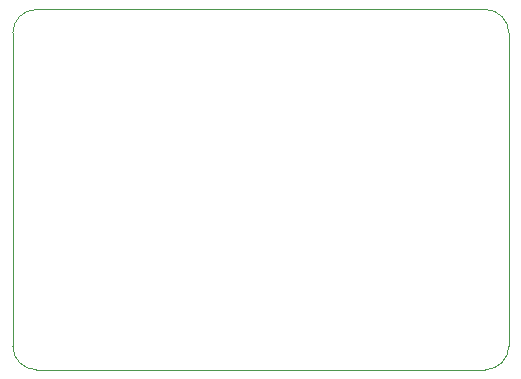
<source format=gm1>
%TF.GenerationSoftware,KiCad,Pcbnew,5.99.0-unknown-56f6e7cc17~117~ubuntu20.04.1*%
%TF.CreationDate,2021-03-07T11:01:34-05:00*%
%TF.ProjectId,LC24.2 Breakout,4c433234-2e32-4204-9272-65616b6f7574,rev?*%
%TF.SameCoordinates,Original*%
%TF.FileFunction,Profile,NP*%
%FSLAX46Y46*%
G04 Gerber Fmt 4.6, Leading zero omitted, Abs format (unit mm)*
G04 Created by KiCad (PCBNEW 5.99.0-unknown-56f6e7cc17~117~ubuntu20.04.1) date 2021-03-07 11:01:34*
%MOMM*%
%LPD*%
G01*
G04 APERTURE LIST*
%TA.AperFunction,Profile*%
%ADD10C,0.050000*%
%TD*%
G04 APERTURE END LIST*
D10*
X147000000Y-123500000D02*
G75*
G02*
X145000000Y-121500000I0J2000000D01*
G01*
X187000000Y-121500000D02*
G75*
G02*
X185000000Y-123500000I-2000000J0D01*
G01*
X185000000Y-93000000D02*
G75*
G02*
X187000000Y-95000000I0J-2000000D01*
G01*
X145000000Y-95000000D02*
G75*
G02*
X147000000Y-93000000I2000000J0D01*
G01*
X145000000Y-121500000D02*
X145000000Y-95000000D01*
X185000000Y-123500000D02*
X147000000Y-123500000D01*
X187000000Y-95000000D02*
X187000000Y-121500000D01*
X147000000Y-93000000D02*
X185000000Y-93000000D01*
M02*

</source>
